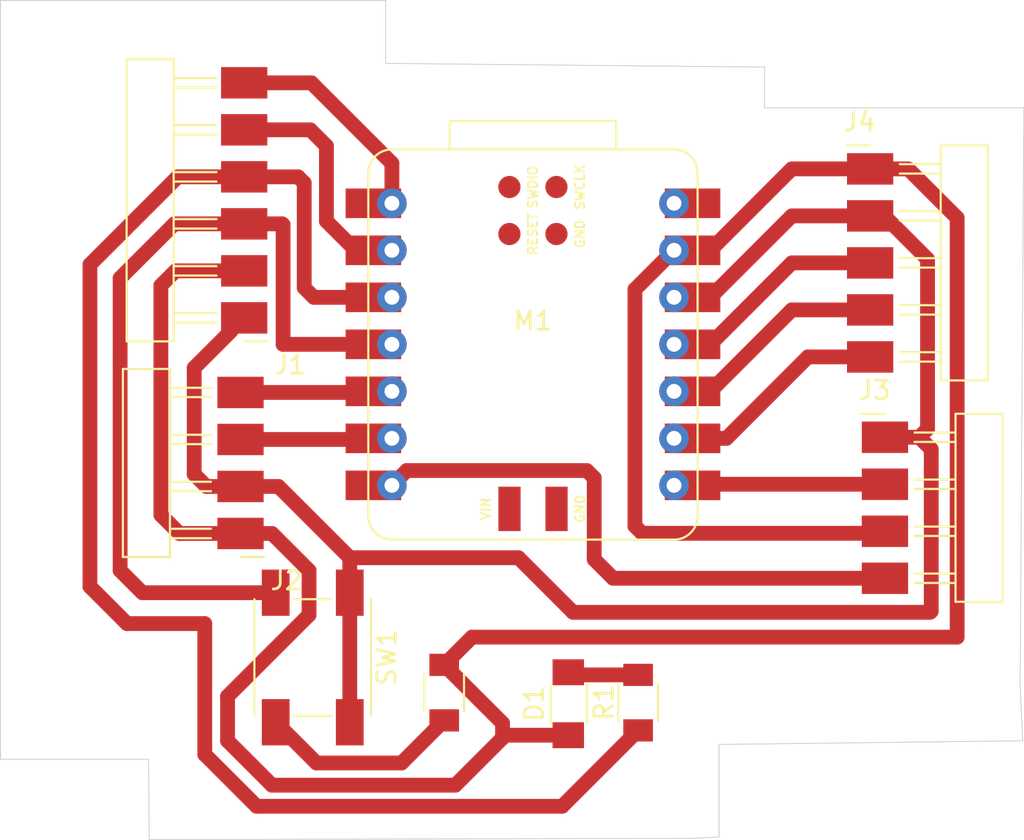
<source format=kicad_pcb>
(kicad_pcb (version 20240108) (generator "pcbnew") (generator_version "8.0")
  (layers (0 "F.Cu" signal) (31 "B.Cu" signal) (34 "B.Paste" user) (35 "F.Paste" user) (36 "B.SilkS" user "B.Silkscreen") (37 "F.SilkS" user "F.Silkscreen") (38 "B.Mask" user) (39 "F.Mask" user) (44 "Edge.Cuts" user))
  (net 0 "")
  (net 1 "GND")
  (net 2 "Net-(D1-A)")
  (net 3 "A2")
  (net 4 "A1")
  (net 5 "A3")
  (net 6 "VCC")
  (net 7 "A0")
  (net 8 "SCL")
  (net 9 "SDA")
  (net 10 "RX")
  (net 11 "TX")
  (net 12 "MOSI")
  (net 13 "SCK")
  (net 14 "MIS0")
  (net 21 "unconnected-(M1-GND-Pad15)")
  (footprint "fab:Button_Omron_B3SN_6.0x6.0mm" (layer "F.Cu") (at 17.51 37.92 -90)
    (property "Reference" "SW1" (at 0 -4 90) (layer "F.SilkS"))
    (property "Value" "SW_Push")
    (fp_line (start 3.15 3.15) (end -3.15 3.15) (stroke (width 0.12)) (layer "F.SilkS"))
    (fp_line (start -3.15 1) (end -3.15 -1) (stroke (width 0.12)) (layer "F.SilkS"))
    (fp_line (start 3.15 -1) (end 3.15 1) (stroke (width 0.12)) (layer "F.SilkS"))
    (fp_line (start -3.15 -3.15) (end 3.15 -3.15) (stroke (width 0.12)) (layer "F.SilkS"))
    (pad "1" smd rect (at -3.5 -2 270) (size 2.5 1.5) (layers "F.Cu" "F.Paste" "F.Mask") (net 6 "VCC"))
    (pad "1" smd rect (at 3.5 -2 270) (size 2.5 1.5) (layers "F.Cu" "F.Paste" "F.Mask") (net 6 "VCC"))
    (pad "2" smd rect (at -3.5 2 270) (size 2.5 1.5) (layers "F.Cu" "F.Paste" "F.Mask") (net 5 "A3"))
    (pad "2" smd rect (at 3.5 2 270) (size 2.5 1.5) (layers "F.Cu" "F.Paste" "F.Mask") (net 5 "A3"))
  )
  (footprint "fab:PinHeader_01x04_P2.54mm_Horizontal_SMD" (layer "F.Cu") (at 13.61 31.22 180)
    (property "Reference" "J2" (at -1.524 -2.54 0) (layer "F.SilkS") (effects (justify left)))
    (property "Value" "I2C")
    (fp_line (start 6.35 8.89) (end 3.81 8.89) (stroke (width 0.12)) (layer "F.SilkS"))
    (fp_line (start 6.35 -1.27) (end 6.35 8.89) (stroke (width 0.12)) (layer "F.SilkS"))
    (fp_line (start 3.81 8.89) (end 3.81 -1.27) (stroke (width 0.12)) (layer "F.SilkS"))
    (fp_line (start 3.81 7.874) (end 1.6 7.874) (stroke (width 0.12)) (layer "F.SilkS"))
    (fp_line (start 3.81 7.366) (end 1.6 7.366) (stroke (width 0.12)) (layer "F.SilkS"))
    (fp_line (start 3.81 5.334) (end 1.6 5.334) (stroke (width 0.12)) (layer "F.SilkS"))
    (fp_line (start 3.81 4.826) (end 1.6 4.826) (stroke (width 0.12)) (layer "F.SilkS"))
    (fp_line (start 3.81 2.794) (end 1.6 2.794) (stroke (width 0.12)) (layer "F.SilkS"))
    (fp_line (start 3.81 2.286) (end 1.6 2.286) (stroke (width 0.12)) (layer "F.SilkS"))
    (fp_line (start 3.81 0.254) (end 1.6 0.254) (stroke (width 0.12)) (layer "F.SilkS"))
    (fp_line (start 3.81 -0.254) (end 1.6 -0.254) (stroke (width 0.12)) (layer "F.SilkS"))
    (fp_line (start 3.81 -1.27) (end 6.35 -1.27) (stroke (width 0.12)) (layer "F.SilkS"))
    (fp_line (start -1.27 -1.27) (end 0 -1.27) (stroke (width 0.12)) (layer "F.SilkS"))
    (pad "1" smd rect (at 0 0 180) (size 2.5 1.7) (layers "F.Cu" "F.Paste" "F.Mask") (net 1 "GND"))
    (pad "2" smd rect (at 0 2.54 180) (size 2.5 1.7) (layers "F.Cu" "F.Paste" "F.Mask") (net 6 "VCC"))
    (pad "3" smd rect (at 0 5.08 180) (size 2.5 1.7) (layers "F.Cu" "F.Paste" "F.Mask") (net 8 "SCL"))
    (pad "4" smd rect (at 0 7.62 180) (size 2.5 1.7) (layers "F.Cu" "F.Paste" "F.Mask") (net 9 "SDA"))
  )
  (footprint "fab:LED_1206" (layer "F.Cu") (at 31.31 40.42 90)
    (property "Reference" "D1" (at 0 -1.85 90) (layer "F.SilkS"))
    (property "Value" "LED")
    (fp_line (start -1.1 -0.95) (end 1.1 -0.95) (stroke (width 0.12)) (layer "F.SilkS"))
    (fp_line (start -1.1 1) (end 1.1 1) (stroke (width 0.12)) (layer "F.SilkS"))
    (pad "1" smd rect (at -1.7 0 90) (size 1.4 1.7) (layers "F.Cu" "F.Paste" "F.Mask") (net 1 "GND"))
    (pad "2" smd rect (at 1.7 0 90) (size 1.4 1.7) (layers "F.Cu" "F.Paste" "F.Mask") (net 2 "Net-(D1-A)"))
  )
  (footprint "fab:SeeedStudio_XIAO_RP2040" (layer "F.Cu") (at 29.4 21)
    (property "Reference" "M1" (at 0 -1.27 0) (layer "F.SilkS"))
    (property "Value" "Module_XIAO-RP2040")
    (fp_line (start -8.8875 9.281) (end -8.8875 -9.261) (stroke (width 0.12)) (layer "F.SilkS"))
    (fp_line (start -7.6175 -10.531) (end 7.6225 -10.531) (stroke (width 0.12)) (layer "F.SilkS"))
    (fp_line (start 7.6225 10.551) (end -7.6175 10.551) (stroke (width 0.12)) (layer "F.SilkS"))
    (fp_line (start 8.8925 -9.261) (end 8.8925 9.281) (stroke (width 0.12)) (layer "F.SilkS"))
    (fp_rect (start -4.4975 -10.531) (end 4.5025 -12.055) (stroke (width 0.12)) (fill none) (layer "F.SilkS"))
    (fp_arc (start -8.8875 -9.261) (mid -8.515526 -10.159026) (end -7.6175 -10.531) (stroke (width 0.12)) (layer "F.SilkS"))
    (fp_arc (start -7.6175 10.551) (mid -8.515526 10.179026) (end -8.8875 9.281) (stroke (width 0.12)) (layer "F.SilkS"))
    (fp_arc (start 7.6225 -10.531) (mid 8.520526 -10.159026) (end 8.8925 -9.261) (stroke (width 0.12)) (layer "F.SilkS"))
    (fp_arc (start 8.8925 9.281) (mid 8.520526 10.179026) (end 7.6225 10.551) (stroke (width 0.12)) (layer "F.SilkS"))
    (fp_text user "VIN" (at -2.535 8.89 90) (layer "F.SilkS") (effects (font (size 0.5 0.5) (thickness 0.1) (bold yes))))
    (fp_text user "RESET" (at 0 -5.96 90) (layer "F.SilkS") (effects (font (size 0.5 0.5) (thickness 0.1) (bold yes))))
    (fp_text user "GND" (at 2.545 8.89 90) (layer "F.SilkS") (effects (font (size 0.5 0.5) (thickness 0.1) (bold yes))))
    (fp_text user "GND" (at 2.54 -5.96 90) (layer "F.SilkS") (effects (font (size 0.5 0.5) (thickness 0.1) (bold yes))))
    (fp_text user "SWDIO" (at 0 -8.5 90) (layer "F.SilkS") (effects (font (size 0.5 0.5) (thickness 0.1) (bold yes))))
    (fp_text user "SWCLK" (at 2.54 -8.5 90) (layer "F.SilkS") (effects (font (size 0.5 0.5) (thickness 0.1) (bold yes))))
    (pad "1" thru_hole circle (at -7.615 -7.62) (size 1.6 1.6) (drill 0.8) (layers "*.Cu" "*.Mask") (net 7 "A0"))
    (pad "1" smd rect (at -7.615 -7.62) (size 3 1.6) (drill (offset -1 0)) (layers "F.Cu" "F.Paste" "F.Mask") (net 7 "A0"))
    (pad "2" thru_hole circle (at -7.615 -5.08) (size 1.6 1.6) (drill 0.8) (layers "*.Cu" "*.Mask") (net 4 "A1"))
    (pad "2" smd rect (at -7.615 -5.08) (size 3 1.6) (drill (offset -1 0)) (layers "F.Cu" "F.Paste" "F.Mask") (net 4 "A1"))
    (pad "3" thru_hole circle (at -7.615 -2.54) (size 1.6 1.6) (drill 0.8) (layers "*.Cu" "*.Mask") (net 3 "A2"))
    (pad "3" smd rect (at -7.615 -2.54) (size 3 1.6) (drill (offset -1 0)) (layers "F.Cu" "F.Paste" "F.Mask") (net 3 "A2"))
    (pad "4" thru_hole circle (at -7.615 0) (size 1.6 1.6) (drill 0.8) (layers "*.Cu" "*.Mask") (net 5 "A3"))
    (pad "4" smd rect (at -7.615 0) (size 3 1.6) (drill (offset -1 0)) (layers "F.Cu" "F.Paste" "F.Mask") (net 5 "A3"))
    (pad "5" thru_hole circle (at -7.615 2.54) (size 1.6 1.6) (drill 0.8) (layers "*.Cu" "*.Mask") (net 9 "SDA"))
    (pad "5" smd rect (at -7.615 2.54) (size 3 1.6) (drill (offset -1 0)) (layers "F.Cu" "F.Paste" "F.Mask") (net 9 "SDA"))
    (pad "6" thru_hole circle (at -7.615 5.08) (size 1.6 1.6) (drill 0.8) (layers "*.Cu" "*.Mask") (net 8 "SCL"))
    (pad "6" smd rect (at -7.615 5.08) (size 3 1.6) (drill (offset -1 0)) (layers "F.Cu" "F.Paste" "F.Mask") (net 8 "SCL"))
    (pad "7" thru_hole circle (at -7.615 7.62) (size 1.6 1.6) (drill 0.8) (layers "*.Cu" "*.Mask") (net 11 "TX"))
    (pad "7" smd rect (at -7.615 7.62) (size 3 1.6) (drill (offset -1 0)) (layers "F.Cu" "F.Paste" "F.Mask") (net 11 "TX"))
    (pad "8" thru_hole circle (at 7.62 7.62) (size 1.6 1.6) (drill 0.8) (layers "*.Cu" "*.Mask") (net 10 "RX"))
    (pad "8" smd rect (at 7.62 7.62) (size 3 1.6) (drill (offset 1 0)) (layers "F.Cu" "F.Paste" "F.Mask") (net 10 "RX"))
    (pad "9" thru_hole circle (at 7.62 5.08) (size 1.6 1.6) (drill 0.8) (layers "*.Cu" "*.Mask") (net 13 "SCK"))
    (pad "9" smd rect (at 7.62 5.08) (size 3 1.6) (drill (offset 1 0)) (layers "F.Cu" "F.Paste" "F.Mask") (net 13 "SCK"))
    (pad "10" thru_hole circle (at 7.62 2.54) (size 1.6 1.6) (drill 0.8) (layers "*.Cu" "*.Mask") (net 14 "MIS0"))
    (pad "10" smd rect (at 7.62 2.54) (size 3 1.6) (drill (offset 1 0)) (layers "F.Cu" "F.Paste" "F.Mask") (net 14 "MIS0"))
    (pad "11" thru_hole circle (at 7.62 0) (size 1.6 1.6) (drill 0.8) (layers "*.Cu" "*.Mask") (net 12 "MOSI"))
    (pad "11" smd rect (at 7.62 0) (size 3 1.6) (drill (offset 1 0)) (layers "F.Cu" "F.Paste" "F.Mask") (net 12 "MOSI"))
    (pad "12" thru_hole circle (at 7.62 -2.54) (size 1.6 1.6) (drill 0.8) (layers "*.Cu" "*.Mask") (net 6 "VCC"))
    (pad "12" smd rect (at 7.62 -2.54) (size 3 1.6) (drill (offset 1 0)) (layers "F.Cu" "F.Paste" "F.Mask") (net 6 "VCC"))
    (pad "13" thru_hole circle (at 7.62 -5.08) (size 1.6 1.6) (drill 0.8) (layers "*.Cu" "*.Mask") (net 1 "GND"))
    (pad "13" smd rect (at 7.62 -5.08) (size 3 1.6) (drill (offset 1 0)) (layers "F.Cu" "F.Paste" "F.Mask") (net 1 "GND"))
    (pad "14" thru_hole circle (at 7.62 -7.62) (size 1.6 1.6) (drill 0.8) (layers "*.Cu" "*.Mask"))
    (pad "14" smd rect (at 7.62 -7.62) (size 3 1.6) (drill (offset 1 0)) (layers "F.Cu" "F.Paste" "F.Mask"))
    (pad "15" smd rect (at 1.275 8.89 270) (size 2.4 1.2) (layers "F.Cu" "F.Paste" "F.Mask") (net 21 "unconnected-(M1-GND-Pad15)"))
    (pad "16" smd rect (at -1.265 8.89 270) (size 2.4 1.2) (layers "F.Cu" "F.Paste" "F.Mask"))
    (pad "17" smd circle (at -1.27 -8.5) (size 1.2 1.2) (layers "F.Cu" "F.Paste" "F.Mask"))
    (pad "18" smd circle (at -1.27 -5.96) (size 1.2 1.2) (layers "F.Cu" "F.Paste" "F.Mask"))
    (pad "19" smd circle (at 1.27 -5.96) (size 1.2 1.2) (layers "F.Cu" "F.Paste" "F.Mask"))
    (pad "20" smd circle (at 1.27 -8.5) (size 1.2 1.2) (layers "F.Cu" "F.Paste" "F.Mask"))
  )
  (footprint "fab:R_1206" (layer "F.Cu") (at 35.08 40.36 90)
    (property "Reference" "R1" (at 0 -1.85 90) (layer "F.SilkS"))
    (property "Value" "R" (hide yes))
    (fp_line (start -1 -1.07) (end 1 -1.07) (stroke (width 0.12)) (layer "F.SilkS"))
    (fp_line (start 1 1.07) (end -1 1.07) (stroke (width 0.12)) (layer "F.SilkS"))
    (pad "1" smd rect (at -1.5 0 90) (size 1.2 1.6) (layers "F.Cu" "F.Paste" "F.Mask") (net 3 "A2"))
    (pad "2" smd rect (at 1.5 0 90) (size 1.2 1.6) (layers "F.Cu" "F.Paste" "F.Mask") (net 2 "Net-(D1-A)"))
  )
  (footprint "fab:PinHeader_01x05_P2.54mm_Horizontal_SMD" (layer "F.Cu") (at 47.61 11.52)
    (property "Reference" "J4" (at -1.524 -2.54 180) (layer "F.SilkS") (effects (justify left)))
    (property "Value" "SPI")
    (fp_line (start -1.27 -1.27) (end 0 -1.27) (stroke (width 0.12)) (layer "F.SilkS"))
    (fp_line (start 3.81 -1.27) (end 6.35 -1.27) (stroke (width 0.12)) (layer "F.SilkS"))
    (fp_line (start 3.81 -0.254) (end 1.6 -0.254) (stroke (width 0.12)) (layer "F.SilkS"))
    (fp_line (start 3.81 0.254) (end 1.6 0.254) (stroke (width 0.12)) (layer "F.SilkS"))
    (fp_line (start 3.81 2.286) (end 1.6 2.286) (stroke (width 0.12)) (layer "F.SilkS"))
    (fp_line (start 3.81 2.794) (end 1.6 2.794) (stroke (width 0.12)) (layer "F.SilkS"))
    (fp_line (start 3.81 4.826) (end 1.6 4.826) (stroke (width 0.12)) (layer "F.SilkS"))
    (fp_line (start 3.81 5.334) (end 1.6 5.334) (stroke (width 0.12)) (layer "F.SilkS"))
    (fp_line (start 3.81 7.366) (end 1.6 7.366) (stroke (width 0.12)) (layer "F.SilkS"))
    (fp_line (start 3.81 7.874) (end 1.6 7.874) (stroke (width 0.12)) (layer "F.SilkS"))
    (fp_line (start 3.81 9.906) (end 1.6 9.906) (stroke (width 0.12)) (layer "F.SilkS"))
    (fp_line (start 3.81 10.414) (end 1.6 10.414) (stroke (width 0.12)) (layer "F.SilkS"))
    (fp_line (start 3.81 11.43) (end 3.81 -1.27) (stroke (width 0.12)) (layer "F.SilkS"))
    (fp_line (start 6.35 -1.27) (end 6.35 11.43) (stroke (width 0.12)) (layer "F.SilkS"))
    (fp_line (start 6.35 11.43) (end 3.81 11.43) (stroke (width 0.12)) (layer "F.SilkS"))
    (pad "1" smd rect (at 0 0) (size 2.5 1.7) (layers "F.Cu" "F.Paste" "F.Mask") (net 1 "GND"))
    (pad "2" smd rect (at 0 2.54) (size 2.5 1.7) (layers "F.Cu" "F.Paste" "F.Mask") (net 6 "VCC"))
    (pad "3" smd rect (at 0 5.08) (size 2.5 1.7) (layers "F.Cu" "F.Paste" "F.Mask") (net 12 "MOSI"))
    (pad "4" smd rect (at 0 7.62) (size 2.5 1.7) (layers "F.Cu" "F.Paste" "F.Mask") (net 14 "MIS0"))
    (pad "5" smd rect (at 0 10.16) (size 2.5 1.7) (layers "F.Cu" "F.Paste" "F.Mask") (net 13 "SCK"))
  )
  (footprint "fab:PinHeader_01x06_P2.54mm_Horizontal_SMD" (layer "F.Cu") (at 13.81 19.57 180)
    (property "Reference" "J1" (at -1.524 -2.54 0) (layer "F.SilkS") (effects (justify left)))
    (property "Value" "ANALOG")
    (fp_line (start 6.35 13.97) (end 3.81 13.97) (stroke (width 0.12)) (layer "F.SilkS"))
    (fp_line (start 6.35 -1.27) (end 6.35 13.97) (stroke (width 0.12)) (layer "F.SilkS"))
    (fp_line (start 3.81 13.97) (end 3.81 -1.27) (stroke (width 0.12)) (layer "F.SilkS"))
    (fp_line (start 3.81 12.954) (end 1.5 12.954) (stroke (width 0.12)) (layer "F.SilkS"))
    (fp_line (start 3.81 12.446) (end 1.5 12.446) (stroke (width 0.12)) (layer "F.SilkS"))
    (fp_line (start 3.81 10.414) (end 1.5 10.414) (stroke (width 0.12)) (layer "F.SilkS"))
    (fp_line (start 3.81 9.906) (end 1.5 9.906) (stroke (width 0.12)) (layer "F.SilkS"))
    (fp_line (start 3.81 7.874) (end 1.5 7.874) (stroke (width 0.12)) (layer "F.SilkS"))
    (fp_line (start 3.81 7.366) (end 1.5 7.366) (stroke (width 0.12)) (layer "F.SilkS"))
    (fp_line (start 3.81 5.334) (end 1.5 5.334) (stroke (width 0.12)) (layer "F.SilkS"))
    (fp_line (start 3.81 4.826) (end 1.5 4.826) (stroke (width 0.12)) (layer "F.SilkS"))
    (fp_line (start 3.81 2.794) (end 1.5 2.794) (stroke (width 0.12)) (layer "F.SilkS"))
    (fp_line (start 3.81 2.286) (end 1.5 2.286) (stroke (width 0.12)) (layer "F.SilkS"))
    (fp_line (start 3.81 0.254) (end 1.5 0.254) (stroke (width 0.12)) (layer "F.SilkS"))
    (fp_line (start 3.81 -0.254) (end 1.5 -0.254) (stroke (width 0.12)) (layer "F.SilkS"))
    (fp_line (start 3.81 -1.27) (end 6.35 -1.27) (stroke (width 0.12)) (layer "F.SilkS"))
    (fp_line (start -1.27 -1.27) (end 0 -1.27) (stroke (width 0.12)) (layer "F.SilkS"))
    (pad "1" smd rect (at 0 0 180) (size 2.5 1.7) (layers "F.Cu" "F.Paste" "F.Mask") (net 6 "VCC"))
    (pad "2" smd rect (at 0 2.54 180) (size 2.5 1.7) (layers "F.Cu" "F.Paste" "F.Mask") (net 1 "GND"))
    (pad "3" smd rect (at 0 5.08 180) (size 2.5 1.7) (layers "F.Cu" "F.Paste" "F.Mask") (net 5 "A3"))
    (pad "4" smd rect (at 0 7.62 180) (size 2.5 1.7) (layers "F.Cu" "F.Paste" "F.Mask") (net 3 "A2"))
    (pad "5" smd rect (at 0 10.16 180) (size 2.5 1.7) (layers "F.Cu" "F.Paste" "F.Mask") (net 4 "A1"))
    (pad "6" smd rect (at 0 12.7 180) (size 2.5 1.7) (layers "F.Cu" "F.Paste" "F.Mask") (net 7 "A0"))
  )
  (footprint "fab:R_1206" (layer "F.Cu") (at 24.61 39.82 90)
    (property "Reference" "R2" (hide yes))
    (property "Value" "R")
    (fp_line (start -1 -1.07) (end 1 -1.07) (stroke (width 0.12)) (layer "F.SilkS"))
    (fp_line (start 1 1.07) (end -1 1.07) (stroke (width 0.12)) (layer "F.SilkS"))
    (pad "1" smd rect (at -1.5 0 90) (size 1.2 1.6) (layers "F.Cu" "F.Paste" "F.Mask") (net 5 "A3"))
    (pad "2" smd rect (at 1.5 0 90) (size 1.2 1.6) (layers "F.Cu" "F.Paste" "F.Mask") (net 1 "GND"))
  )
  (footprint "fab:PinHeader_01x04_P2.54mm_Horizontal_SMD" (layer "F.Cu") (at 48.41 26.02)
    (property "Reference" "J3" (at -1.524 -2.54 180) (layer "F.SilkS") (effects (justify left)))
    (property "Value" "UART")
    (fp_line (start -1.27 -1.27) (end 0 -1.27) (stroke (width 0.12)) (layer "F.SilkS"))
    (fp_line (start 3.81 -1.27) (end 6.35 -1.27) (stroke (width 0.12)) (layer "F.SilkS"))
    (fp_line (start 3.81 -0.254) (end 1.6 -0.254) (stroke (width 0.12)) (layer "F.SilkS"))
    (fp_line (start 3.81 0.254) (end 1.6 0.254) (stroke (width 0.12)) (layer "F.SilkS"))
    (fp_line (start 3.81 2.286) (end 1.6 2.286) (stroke (width 0.12)) (layer "F.SilkS"))
    (fp_line (start 3.81 2.794) (end 1.6 2.794) (stroke (width 0.12)) (layer "F.SilkS"))
    (fp_line (start 3.81 4.826) (end 1.6 4.826) (stroke (width 0.12)) (layer "F.SilkS"))
    (fp_line (start 3.81 5.334) (end 1.6 5.334) (stroke (width 0.12)) (layer "F.SilkS"))
    (fp_line (start 3.81 7.366) (end 1.6 7.366) (stroke (width 0.12)) (layer "F.SilkS"))
    (fp_line (start 3.81 7.874) (end 1.6 7.874) (stroke (width 0.12)) (layer "F.SilkS"))
    (fp_line (start 3.81 8.89) (end 3.81 -1.27) (stroke (width 0.12)) (layer "F.SilkS"))
    (fp_line (start 6.35 -1.27) (end 6.35 8.89) (stroke (width 0.12)) (layer "F.SilkS"))
    (fp_line (start 6.35 8.89) (end 3.81 8.89) (stroke (width 0.12)) (layer "F.SilkS"))
    (pad "1" smd rect (at 0 0) (size 2.5 1.7) (layers "F.Cu" "F.Paste" "F.Mask") (net 6 "VCC"))
    (pad "2" smd rect (at 0 2.54) (size 2.5 1.7) (layers "F.Cu" "F.Paste" "F.Mask") (net 10 "RX"))
    (pad "3" smd rect (at 0 5.08) (size 2.5 1.7) (layers "F.Cu" "F.Paste" "F.Mask") (net 1 "GND"))
    (pad "4" smd rect (at 0 7.62) (size 2.5 1.7) (layers "F.Cu" "F.Paste" "F.Mask") (net 11 "TX"))
  )
  (gr_line (start 39.4475 47.620001) (end 38.08 47.69) (stroke (width 0.05)) (layer "Edge.Cuts"))
  (gr_line (start 8.6475 43.420001) (end 0.6475 43.420001) (stroke (width 0.05)) (layer "Edge.Cuts"))
  (gr_line (start 21.4475 5.820001) (end 41.91 6.02) (stroke (width 0.05)) (layer "Edge.Cuts"))
  (gr_line (start 41.91 6.02) (end 41.91 8.22) (stroke (width 0.05)) (layer "Edge.Cuts"))
  (gr_line (start 8.68 47.76) (end 8.6475 43.420001) (stroke (width 0.05)) (layer "Edge.Cuts"))
  (gr_line (start 55.71 39.42) (end 55.8475 42.420001) (stroke (width 0.05)) (layer "Edge.Cuts"))
  (gr_line (start 21.4475 2.420001) (end 21.4475 5.820001) (stroke (width 0.05)) (layer "Edge.Cuts"))
  (gr_line (start 41.91 8.22) (end 55.91 8.22) (stroke (width 0.05)) (layer "Edge.Cuts"))
  (gr_line (start 0.6475 43.420001) (end 0.6475 2.420001) (stroke (width 0.05)) (layer "Edge.Cuts"))
  (gr_line (start 0.6475 2.420001) (end 21.4475 2.420001) (stroke (width 0.05)) (layer "Edge.Cuts"))
  (gr_line (start 38.08 47.69) (end 8.68 47.76) (stroke (width 0.05)) (layer "Edge.Cuts"))
  (gr_line (start 55.8475 42.420001) (end 39.4475 42.620001) (stroke (width 0.05)) (layer "Edge.Cuts"))
  (gr_line (start 55.91 8.22) (end 55.71 39.42) (stroke (width 0.05)) (layer "Edge.Cuts"))
  (gr_line (start 39.4475 42.620001) (end 39.4475 47.620001) (stroke (width 0.05)) (layer "Edge.Cuts"))
  (segment (start 48.41 31.1) (end 48.12 31.39) (width 0.2) (layer "F.Cu") (net 1))
  (segment (start 27.76 42.27) (end 25.21 44.82) (width 0.8) (layer "F.Cu") (net 1))
  (segment (start 43.38 11.52) (end 38.98 15.92) (width 0.8) (layer "F.Cu") (net 1))
  (segment (start 24.61 38.32) (end 27.76 41.47) (width 0.8) (layer "F.Cu") (net 1))
  (segment (start 25.21 44.82) (end 15.31 44.82) (width 0.8) (layer "F.Cu") (net 1))
  (segment (start 13.61 31.22) (end 10.31 31.22) (width 0.8) (layer "F.Cu") (net 1))
  (segment (start 52.31 14.17) (end 49.66 11.52) (width 0.8) (layer "F.Cu") (net 1))
  (segment (start 38.98 15.92) (end 37.02 15.92) (width 0.8) (layer "F.Cu") (net 1))
  (segment (start 12.91 42.42) (end 12.91 40.02) (width 0.8) (layer "F.Cu") (net 1))
  (segment (start 48.41 31.1) (end 48.3 31.21) (width 0.8) (layer "F.Cu") (net 1))
  (segment (start 49.66 11.52) (end 47.61 11.52) (width 0.8) (layer "F.Cu") (net 1))
  (segment (start 15.31 44.82) (end 12.91 42.42) (width 0.8) (layer "F.Cu") (net 1))
  (segment (start 9.31 30.22) (end 9.31 17.82) (width 0.8) (layer "F.Cu") (net 1))
  (segment (start 9.31 17.82) (end 10.1 17.03) (width 0.8) (layer "F.Cu") (net 1))
  (segment (start 13.81 17.03) (end 13.8 17.02) (width 0.8) (layer "F.Cu") (net 1))
  (segment (start 24.61 38.32) (end 26.11 36.82) (width 0.8) (layer "F.Cu") (net 1))
  (segment (start 34.91 18.03) (end 34.91 19.02) (width 0.8) (layer "F.Cu") (net 1))
  (segment (start 12.91 40.02) (end 17.31 35.62) (width 0.8) (layer "F.Cu") (net 1))
  (segment (start 31.31 42.12) (end 27.91 42.12) (width 0.8) (layer "F.Cu") (net 1))
  (segment (start 27.91 42.12) (end 27.76 42.27) (width 0.8) (layer "F.Cu") (net 1))
  (segment (start 15.31 31.22) (end 13.61 31.22) (width 0.8) (layer "F.Cu") (net 1))
  (segment (start 10.31 31.22) (end 9.31 30.22) (width 0.8) (layer "F.Cu") (net 1))
  (segment (start 26.11 36.82) (end 52.31 36.82) (width 0.8) (layer "F.Cu") (net 1))
  (segment (start 10.1 17.03) (end 13.81 17.03) (width 0.8) (layer "F.Cu") (net 1))
  (segment (start 17.31 35.62) (end 17.31 33.22) (width 0.8) (layer "F.Cu") (net 1))
  (segment (start 37.02 15.92) (end 34.91 18.03) (width 0.8) (layer "F.Cu") (net 1))
  (segment (start 17.31 33.22) (end 15.31 31.22) (width 0.8) (layer "F.Cu") (net 1))
  (segment (start 27.76 41.47) (end 27.76 42.27) (width 0.8) (layer "F.Cu") (net 1))
  (segment (start 34.91 30.82) (end 34.91 19.02) (width 0.8) (layer "F.Cu") (net 1))
  (segment (start 52.31 36.82) (end 52.31 14.17) (width 0.8) (layer "F.Cu") (net 1))
  (segment (start 47.61 11.52) (end 43.38 11.52) (width 0.8) (layer "F.Cu") (net 1))
  (segment (start 35.3 31.21) (end 34.91 30.82) (width 0.8) (layer "F.Cu") (net 1))
  (segment (start 48.3 31.21) (end 35.3 31.21) (width 0.8) (layer "F.Cu") (net 1))
  (segment (start 35.08 38.86) (end 31.45 38.86) (width 0.8) (layer "F.Cu") (net 2))
  (segment (start 31.45 38.86) (end 31.31 38.72) (width 0.8) (layer "F.Cu") (net 2))
  (segment (start 13.81 11.95) (end 10.22 11.95) (width 0.8) (layer "F.Cu") (net 3))
  (segment (start 5.48 16.69) (end 5.48 34.09) (width 0.8) (layer "F.Cu") (net 3))
  (segment (start 11.68 36.09) (end 11.68 43.16) (width 0.8) (layer "F.Cu") (net 3))
  (segment (start 30.98 45.96) (end 35.08 41.86) (width 0.8) (layer "F.Cu") (net 3))
  (segment (start 17.05 17.94) (end 17.57 18.46) (width 0.8) (layer "F.Cu") (net 3))
  (segment (start 11.68 43.16) (end 14.48 45.96) (width 0.8) (layer "F.Cu") (net 3))
  (segment (start 14.48 45.96) (end 30.98 45.96) (width 0.8) (layer "F.Cu") (net 3))
  (segment (start 5.48 34.09) (end 7.48 36.09) (width 0.8) (layer "F.Cu") (net 3))
  (segment (start 10.22 11.95) (end 5.48 16.69) (width 0.8) (layer "F.Cu") (net 3))
  (segment (start 13.81 11.95) (end 16.72 11.95) (width 0.8) (layer "F.Cu") (net 3))
  (segment (start 17.57 18.46) (end 21.785 18.46) (width 0.8) (layer "F.Cu") (net 3))
  (segment (start 7.48 36.09) (end 11.68 36.09) (width 0.8) (layer "F.Cu") (net 3))
  (segment (start 17.05 12.28) (end 17.05 17.94) (width 0.8) (layer "F.Cu") (net 3))
  (segment (start 16.72 11.95) (end 17.05 12.28) (width 0.8) (layer "F.Cu") (net 3))
  (segment (start 21.785 15.92) (end 19.825 15.92) (width 0.8) (layer "F.Cu") (net 4))
  (segment (start 19.825 15.92) (end 18.25 14.345) (width 0.8) (layer "F.Cu") (net 4))
  (segment (start 18.25 14.345) (end 18.25 10.28) (width 0.8) (layer "F.Cu") (net 4))
  (segment (start 18.25 10.28) (end 17.38 9.41) (width 0.8) (layer "F.Cu") (net 4))
  (segment (start 17.38 9.41) (end 13.81 9.41) (width 0.8) (layer "F.Cu") (net 4))
  (segment (start 24.61 41.32) (end 23.41 42.52) (width 0.8) (layer "F.Cu") (net 5))
  (segment (start 15.86 14.49) (end 15.91 14.54) (width 0.8) (layer "F.Cu") (net 5))
  (segment (start 10.04 14.49) (end 13.81 14.49) (width 0.8) (layer "F.Cu") (net 5))
  (segment (start 21.785 21) (end 15.91 21) (width 0.8) (layer "F.Cu") (net 5))
  (segment (start 15.51 34.42) (end 8.31 34.42) (width 0.8) (layer "F.Cu") (net 5))
  (segment (start 7.11 17.42) (end 10.04 14.49) (width 0.8) (layer "F.Cu") (net 5))
  (segment (start 22.31 43.62) (end 23.41 42.52) (width 0.8) (layer "F.Cu") (net 5))
  (segment (start 15.91 14.54) (end 15.91 21) (width 0.8) (layer "F.Cu") (net 5))
  (segment (start 15.51 41.42) (end 17.71 43.62) (width 0.8) (layer "F.Cu") (net 5))
  (segment (start 7.11 33.22) (end 7.11 17.42) (width 0.8) (layer "F.Cu") (net 5))
  (segment (start 8.31 34.42) (end 7.11 33.22) (width 0.8) (layer "F.Cu") (net 5))
  (segment (start 17.71 43.62) (end 22.31 43.62) (width 0.8) (layer "F.Cu") (net 5))
  (segment (start 13.81 14.49) (end 15.86 14.49) (width 0.8) (layer "F.Cu") (net 5))
  (segment (start 50.85 35.48) (end 50.91 35.42) (width 0.8) (layer "F.Cu") (net 6))
  (segment (start 19.51 32.53) (end 28.62 32.53) (width 0.8) (layer "F.Cu") (net 6))
  (segment (start 47.61 14.06) (end 43.38 14.06) (width 0.8) (layer "F.Cu") (net 6))
  (segment (start 15.66 28.68) (end 19.51 32.53) (width 0.8) (layer "F.Cu") (net 6))
  (segment (start 50.91 35.42) (end 50.91 26.67) (width 0.8) (layer "F.Cu") (net 6))
  (segment (start 28.62 32.53) (end 31.57 35.48) (width 0.8) (layer "F.Cu") (net 6))
  (segment (start 48.41 26.02) (end 50.26 26.02) (width 0.8) (layer "F.Cu") (net 6))
  (segment (start 31.57 35.48) (end 50.85 35.48) (width 0.8) (layer "F.Cu") (net 6))
  (segment (start 11.11 28.02) (end 11.11 22.27) (width 0.8) (layer "F.Cu") (net 6))
  (segment (start 50.71 16.4) (end 50.71 25.57) (width 0.8) (layer "F.Cu") (net 6))
  (segment (start 50.91 26.67) (end 50.26 26.02) (width 0.8) (layer "F.Cu") (net 6))
  (segment (start 13.61 28.68) (end 11.77 28.68) (width 0.8) (layer "F.Cu") (net 6))
  (segment (start 38.98 18.46) (end 37.02 18.46) (width 0.8) (layer "F.Cu") (net 6))
  (segment (start 11.77 28.68) (end 11.11 28.02) (width 0.8) (layer "F.Cu") (net 6))
  (segment (start 11.11 22.27) (end 13.102893 20.277107) (width 0.8) (layer "F.Cu") (net 6))
  (segment (start 19.51 32.53) (end 19.51 34.42) (width 0.8) (layer "F.Cu") (net 6))
  (segment (start 50.71 25.57) (end 50.26 26.02) (width 0.8) (layer "F.Cu") (net 6))
  (segment (start 43.38 14.06) (end 38.98 18.46) (width 0.8) (layer "F.Cu") (net 6))
  (segment (start 47.61 14.06) (end 48.37 14.06) (width 0.8) (layer "F.Cu") (net 6))
  (segment (start 48.37 14.06) (end 50.71 16.4) (width 0.8) (layer "F.Cu") (net 6))
  (segment (start 19.51 34.42) (end 19.51 41.42) (width 0.8) (layer "F.Cu") (net 6))
  (segment (start 13.61 28.68) (end 15.66 28.68) (width 0.8) (layer "F.Cu") (net 6))
  (segment (start 17.44 6.87) (end 13.81 6.87) (width 0.8) (layer "F.Cu") (net 7))
  (segment (start 21.785 13.38) (end 21.785 11.215) (width 0.8) (layer "F.Cu") (net 7))
  (segment (start 21.785 11.215) (end 17.44 6.87) (width 0.8) (layer "F.Cu") (net 7))
  (segment (start 21.725 26.14) (end 21.785 26.08) (width 0.8) (layer "F.Cu") (net 8))
  (segment (start 13.61 26.14) (end 21.725 26.14) (width 0.8) (layer "F.Cu") (net 8))
  (segment (start 21.725 23.6) (end 21.785 23.54) (width 0.8) (layer "F.Cu") (net 9))
  (segment (start 13.67 23.54) (end 13.61 23.6) (width 0.8) (layer "F.Cu") (net 9))
  (segment (start 13.61 23.6) (end 21.725 23.6) (width 0.8) (layer "F.Cu") (net 9))
  (segment (start 48.41 28.56) (end 37.08 28.56) (width 0.8) (layer "F.Cu") (net 10))
  (segment (start 37.08 28.56) (end 37.02 28.62) (width 0.8) (layer "F.Cu") (net 10))
  (segment (start 32.71 32.62) (end 33.73 33.64) (width 0.8) (layer "F.Cu") (net 11))
  (segment (start 21.785 28.62) (end 22.584999 27.820001) (width 0.8) (layer "F.Cu") (net 11))
  (segment (start 32.310001 27.820001) (end 32.71 28.22) (width 0.8) (layer "F.Cu") (net 11))
  (segment (start 32.71 28.22) (end 32.71 32.62) (width 0.8) (layer "F.Cu") (net 11))
  (segment (start 22.584999 27.820001) (end 32.310001 27.820001) (width 0.8) (layer "F.Cu") (net 11))
  (segment (start 33.73 33.64) (end 48.41 33.64) (width 0.8) (layer "F.Cu") (net 11))
  (segment (start 43.38 16.6) (end 38.98 21) (width 0.8) (layer "F.Cu") (net 12))
  (segment (start 47.61 16.6) (end 43.38 16.6) (width 0.8) (layer "F.Cu") (net 12))
  (segment (start 38.98 21) (end 37.02 21) (width 0.8) (layer "F.Cu") (net 12))
  (segment (start 47.61 21.68) (end 44.25 21.68) (width 0.8) (layer "F.Cu") (net 13))
  (segment (start 44.25 21.68) (end 39.85 26.08) (width 0.8) (layer "F.Cu") (net 13))
  (segment (start 39.85 26.08) (end 37.02 26.08) (width 0.8) (layer "F.Cu") (net 13))
  (segment (start 47.61 19.14) (end 43.38 19.14) (width 0.8) (layer "F.Cu") (net 14))
  (segment (start 43.38 19.14) (end 38.98 23.54) (width 0.8) (layer "F.Cu") (net 14))
  (segment (start 38.98 23.54) (end 37.02 23.54) (width 0.8) (layer "F.Cu") (net 14))
  (segment (start 30.675 30.35) (end 30.675 29.89) (width 0.8) (layer "F.Cu") (net 21))
)
</source>
